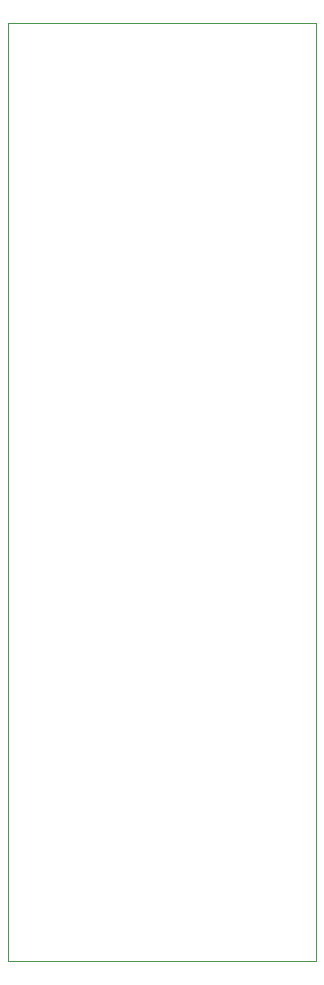
<source format=gbr>
%TF.GenerationSoftware,KiCad,Pcbnew,7.0.5+dfsg-2*%
%TF.CreationDate,2023-06-30T15:01:54+02:00*%
%TF.ProjectId,squeow_mod,73717565-6f77-45f6-9d6f-642e6b696361,rev?*%
%TF.SameCoordinates,PX2cce564PYfbec30*%
%TF.FileFunction,Profile,NP*%
%FSLAX46Y46*%
G04 Gerber Fmt 4.6, Leading zero omitted, Abs format (unit mm)*
G04 Created by KiCad (PCBNEW 7.0.5+dfsg-2) date 2023-06-30 15:01:54*
%MOMM*%
%LPD*%
G01*
G04 APERTURE LIST*
%TA.AperFunction,Profile*%
%ADD10C,0.100000*%
%TD*%
G04 APERTURE END LIST*
D10*
X0Y0D02*
X26035000Y0D01*
X26035000Y-79375000D01*
X0Y-79375000D01*
X0Y0D01*
M02*

</source>
